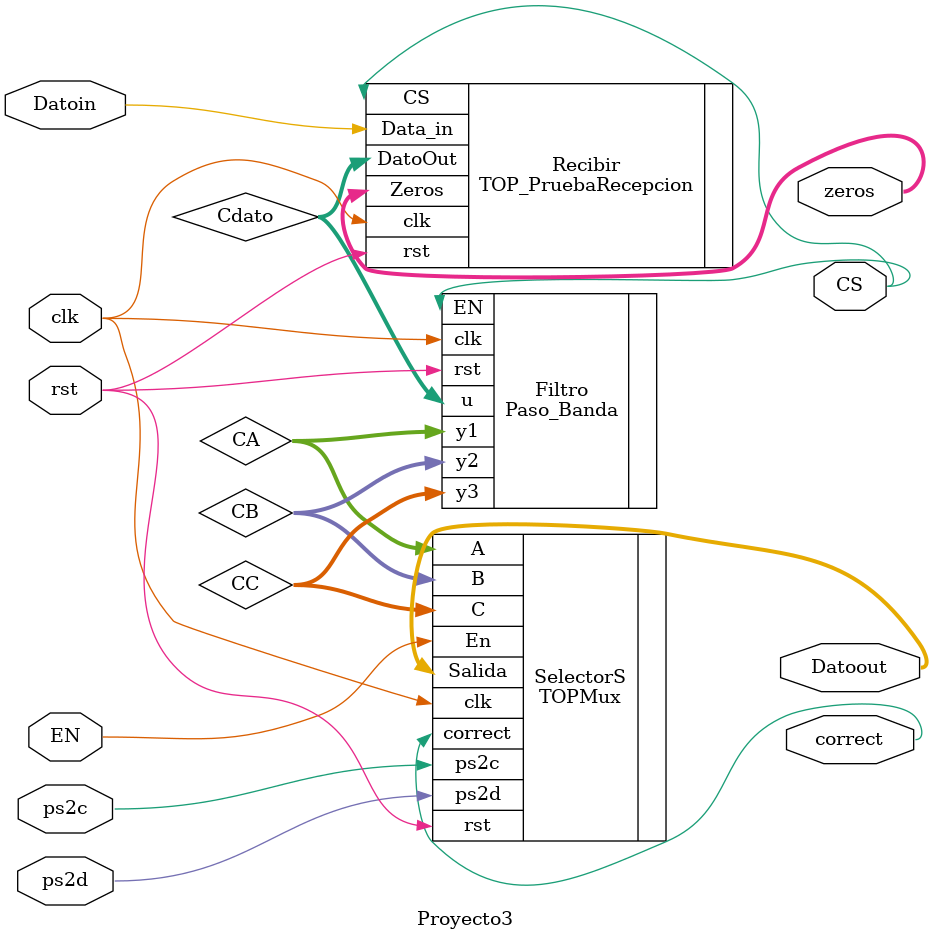
<source format=v>
`timescale 1ns / 1ps
module Proyecto3#(parameter sign=1, parameter pf=14, parameter mag=7,parameter size=sign+pf+mag)
(
    input Datoin,
	 input ps2d,
	 input ps2c,
	 input EN,
	 input rst,
    input clk,
    output [21:0] Datoout,
    output CS,
	 output correct,
	 output [3:0]zeros
    );
	 
wire signed [size-1:0] Cdato;
wire signed [size-1:0] CA;
wire signed [size-1:0] CB;
wire signed [size-1:0] CC;

Paso_Banda #(sign, pf, mag,size)
	Filtro
	(
		.u(Cdato),
		.clk(clk), 
		.rst(rst), 
		.EN(CS),
		.y1(CA),
		.y2(CB),
		.y3(CC)
    );

TOPMux #(size) SelectorS
(
    .ps2d(ps2d),
    .ps2c(ps2c),
    .En(EN),
    .rst(rst),
    .clk(clk),
    .A(CA),
    .B(CB),
    .C(CC),
	 .correct(correct),
    .Salida(Datoout)
    );
	 
TOP_PruebaRecepcion Recibir(
    .clk(clk),
    .rst(rst),
    .Data_in(Datoin),
	 .DatoOut(Cdato),
	 .Zeros(zeros),
	 .CS(CS)
    );

endmodule

</source>
